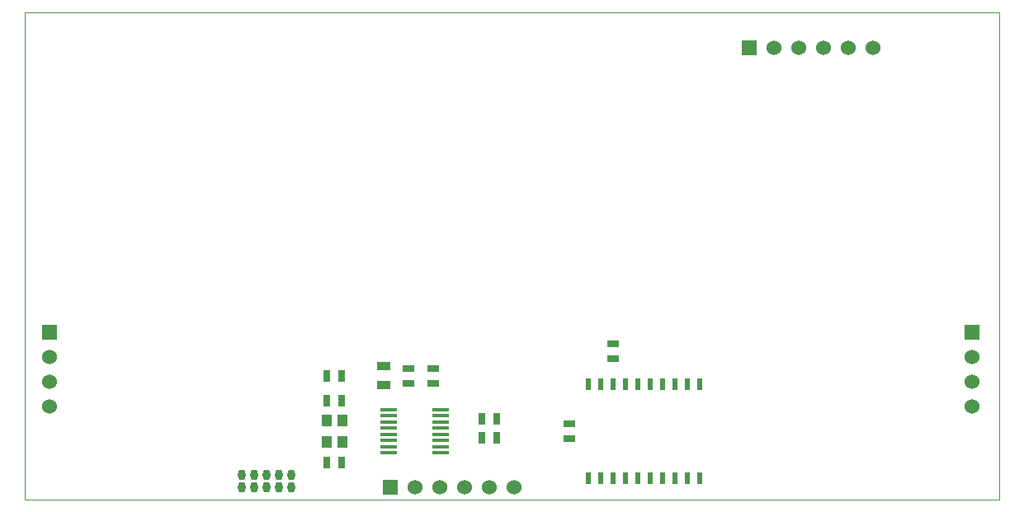
<source format=gts>
G04 (created by PCBNEW (2013-07-07 BZR 4022)-stable) date 02/01/2016 16:19:00*
%MOIN*%
G04 Gerber Fmt 3.4, Leading zero omitted, Abs format*
%FSLAX34Y34*%
G01*
G70*
G90*
G04 APERTURE LIST*
%ADD10C,0.00590551*%
%ADD11C,0.00393701*%
%ADD12R,0.065X0.016*%
%ADD13R,0.025X0.045*%
%ADD14R,0.045X0.025*%
%ADD15O,0.0315X0.0433*%
%ADD16R,0.055X0.035*%
%ADD17R,0.0433X0.0472*%
%ADD18R,0.06X0.06*%
%ADD19C,0.06*%
%ADD20R,0.02X0.05*%
G04 APERTURE END LIST*
G54D10*
G54D11*
X39370Y0D02*
X0Y0D01*
X39370Y19685D02*
X39370Y0D01*
X0Y19685D02*
X39370Y19685D01*
X0Y0D02*
X0Y19685D01*
G54D12*
X14700Y2875D03*
X14700Y2625D03*
X14700Y2375D03*
X14700Y2125D03*
X16800Y3625D03*
X14700Y3625D03*
X14700Y3375D03*
X14700Y3125D03*
X16800Y1875D03*
X16800Y2125D03*
X16800Y2375D03*
X16800Y2625D03*
X16800Y2875D03*
X16800Y3125D03*
X14700Y1875D03*
X16800Y3375D03*
G54D13*
X12200Y4000D03*
X12800Y4000D03*
X12200Y1500D03*
X12800Y1500D03*
G54D14*
X16500Y4700D03*
X16500Y5300D03*
G54D15*
X10750Y1000D03*
X10750Y500D03*
X10250Y1000D03*
X10250Y500D03*
X9750Y1000D03*
X9750Y500D03*
X9250Y1000D03*
X9250Y500D03*
X8750Y1000D03*
X8750Y500D03*
G54D16*
X14500Y4625D03*
X14500Y5375D03*
G54D13*
X18450Y3250D03*
X19050Y3250D03*
X18450Y2500D03*
X19050Y2500D03*
X12800Y5000D03*
X12200Y5000D03*
G54D17*
X12205Y3183D03*
X12835Y2317D03*
X12205Y2317D03*
X12835Y3183D03*
G54D18*
X1000Y6750D03*
G54D19*
X1000Y5750D03*
X1000Y4750D03*
X1000Y3750D03*
G54D18*
X38250Y6750D03*
G54D19*
X38250Y5750D03*
X38250Y4750D03*
X38250Y3750D03*
G54D14*
X15500Y4700D03*
X15500Y5300D03*
G54D20*
X27250Y4650D03*
X26750Y4650D03*
X26250Y4650D03*
X25750Y4650D03*
X25250Y4650D03*
X24750Y4650D03*
X24250Y4650D03*
X23750Y4650D03*
X23250Y4650D03*
X22750Y4650D03*
X22750Y850D03*
X23250Y850D03*
X23750Y850D03*
X24250Y850D03*
X24750Y850D03*
X25250Y850D03*
X25750Y850D03*
X26250Y850D03*
X26750Y850D03*
X27250Y850D03*
G54D14*
X23750Y5700D03*
X23750Y6300D03*
G54D18*
X29250Y18250D03*
G54D19*
X30250Y18250D03*
X31250Y18250D03*
X32250Y18250D03*
X33250Y18250D03*
X34250Y18250D03*
G54D18*
X14750Y500D03*
G54D19*
X15750Y500D03*
X16750Y500D03*
X17750Y500D03*
X18750Y500D03*
X19750Y500D03*
G54D14*
X22000Y3050D03*
X22000Y2450D03*
M02*

</source>
